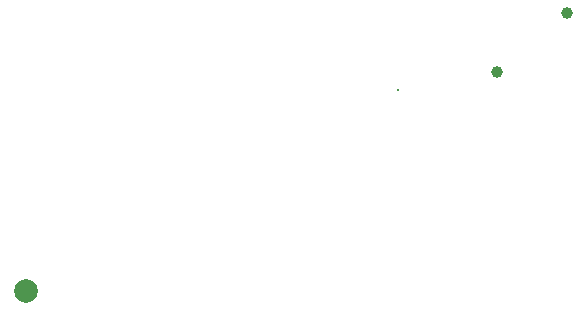
<source format=gbr>
G04 ===== Begin FILE IDENTIFICATION =====*
G04 File Format:  Gerber RS274X*
G04 ===== End FILE IDENTIFICATION =====*
%FSLAX25Y25*%
%MOIN*%
%SFA1.0000B1.0000*%
%OFA0.0B0.0*%
%ADD14C,0.039370*%
%ADD15C,0.007874*%
%ADD16C,0.078740*%
%LNhole*%
%IPPOS*%
%LPD*%
G75*
D14*
X186437Y98445D03*
X163012Y78760D03*
D15*
X129941Y72854D03*
D16*
X5906Y5906D03*
M02*


</source>
